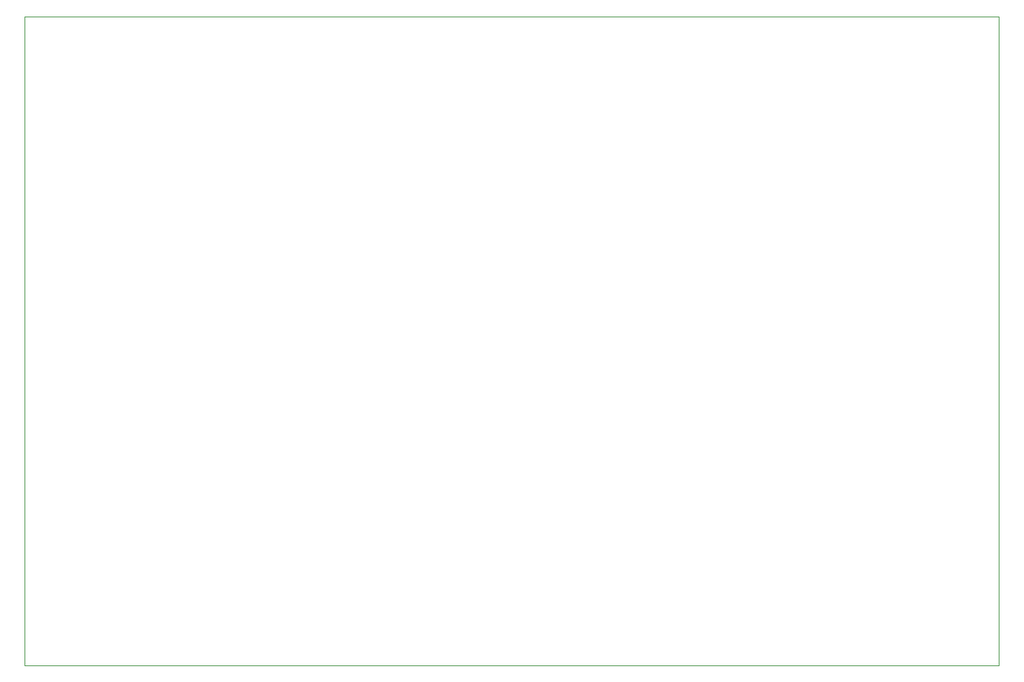
<source format=gbr>
%TF.GenerationSoftware,KiCad,Pcbnew,(6.0.7)*%
%TF.CreationDate,2023-04-18T23:41:52+09:00*%
%TF.ProjectId,EleMagDriver,456c654d-6167-4447-9269-7665722e6b69,rev?*%
%TF.SameCoordinates,Original*%
%TF.FileFunction,Profile,NP*%
%FSLAX46Y46*%
G04 Gerber Fmt 4.6, Leading zero omitted, Abs format (unit mm)*
G04 Created by KiCad (PCBNEW (6.0.7)) date 2023-04-18 23:41:52*
%MOMM*%
%LPD*%
G01*
G04 APERTURE LIST*
%TA.AperFunction,Profile*%
%ADD10C,0.100000*%
%TD*%
G04 APERTURE END LIST*
D10*
X101600000Y-50800000D02*
X215900000Y-50800000D01*
X215900000Y-50800000D02*
X215900000Y-127000000D01*
X215900000Y-127000000D02*
X101600000Y-127000000D01*
X101600000Y-127000000D02*
X101600000Y-50800000D01*
M02*

</source>
